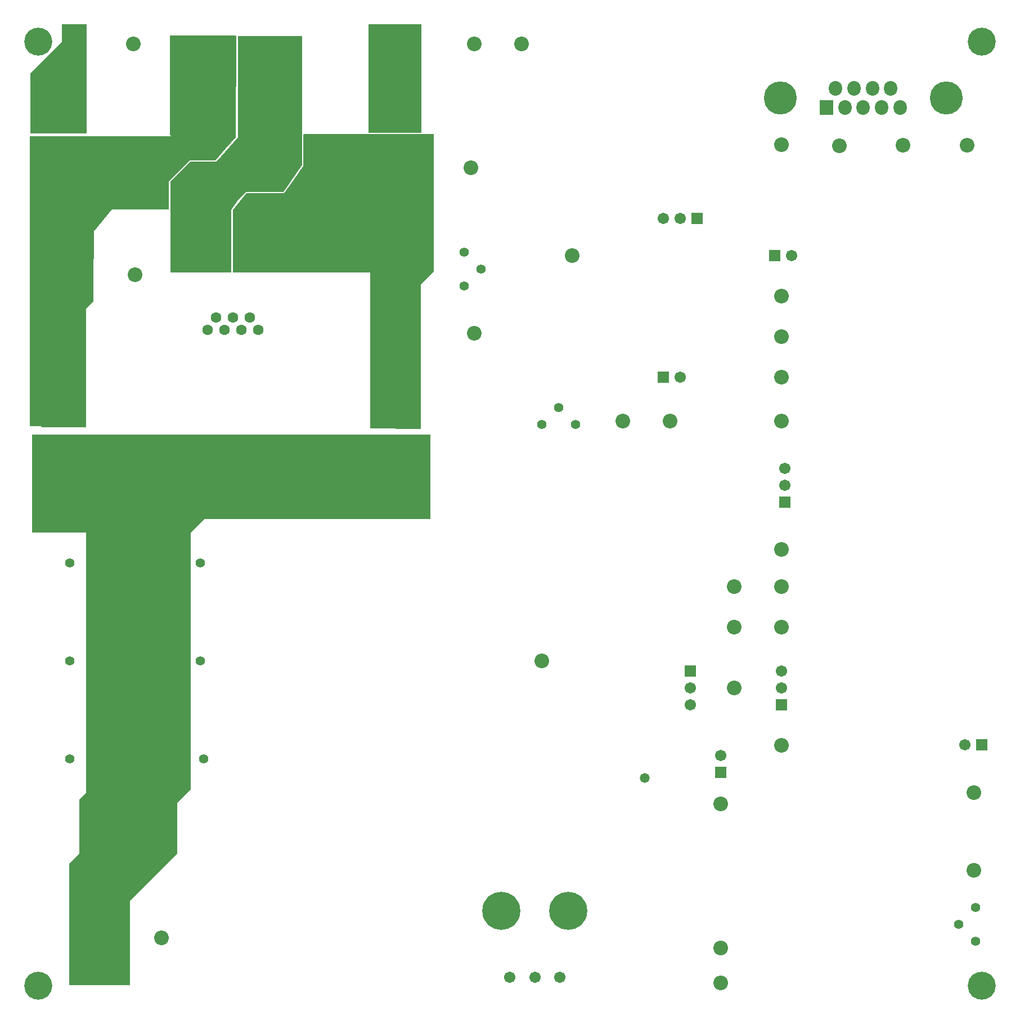
<source format=gbs>
G04*
G04 #@! TF.GenerationSoftware,Altium Limited,Altium Designer,18.0.7 (293)*
G04*
G04 Layer_Color=16711935*
%FSLAX44Y44*%
%MOMM*%
G71*
G01*
G75*
%ADD50O,2.0032X2.2032*%
%ADD51R,2.0032X2.2032*%
%ADD52C,4.9632*%
%ADD53C,2.2032*%
%ADD54C,1.4202*%
%ADD55R,3.9532X2.4532*%
%ADD56C,1.6032*%
%ADD57C,5.7232*%
%ADD58C,1.7032*%
%ADD59R,1.7032X1.7032*%
%ADD60R,1.7032X1.7032*%
%ADD61R,1.4032X1.4032*%
%ADD62C,1.4032*%
%ADD63C,4.2032*%
%ADD64C,1.4732*%
G36*
X616204Y1325372D02*
Y1322832D01*
X537210D01*
Y1485901D01*
X616204D01*
Y1325372D01*
D02*
G37*
G36*
X112424Y1322070D02*
X28448Y1322070D01*
X27940Y1322578D01*
X27940Y1412240D01*
X38608Y1422908D01*
X71882Y1456182D01*
X75438Y1459738D01*
Y1485798D01*
X112424D01*
Y1322070D01*
D02*
G37*
G36*
X337818Y1467866D02*
X337818Y1467590D01*
X337566Y1315974D01*
X322326Y1298956D01*
X306324Y1281430D01*
X267716D01*
X236220Y1249172D01*
X236220Y1207770D01*
X151130D01*
X123832Y1174751D01*
X123698Y1160272D01*
X123190Y1105408D01*
X123190Y1069185D01*
X112092Y1058086D01*
Y880110D01*
X45212D01*
X44196Y881126D01*
X27178D01*
Y1317542D01*
X27686Y1317752D01*
X237061D01*
X238234Y1317752D01*
X239522Y1317752D01*
X239776Y1318006D01*
X238760Y1319022D01*
Y1319022D01*
X238760Y1319022D01*
X238506Y1320195D01*
Y1469136D01*
X336655D01*
X337818Y1467866D01*
D02*
G37*
G36*
X436880Y1274064D02*
X408813Y1233805D01*
X352679Y1233805D01*
X341503Y1222629D01*
X330200Y1206754D01*
Y1113028D01*
X238760D01*
Y1190498D01*
Y1249172D01*
X252603Y1263015D01*
X269225Y1279637D01*
X308623Y1279636D01*
X340360Y1315399D01*
X340360Y1468120D01*
X395034Y1468120D01*
X436880D01*
Y1274064D01*
D02*
G37*
G36*
X635000Y1320800D02*
Y1114044D01*
X632460Y1111504D01*
X615861Y1094905D01*
Y878228D01*
X614960Y877333D01*
X540004Y877824D01*
X539496Y878884D01*
Y1113028D01*
X332740D01*
Y1206668D01*
X352931Y1231771D01*
X366268Y1231771D01*
X380492Y1231771D01*
X409956Y1231770D01*
X423164Y1250950D01*
X438658Y1272286D01*
Y1300480D01*
Y1320155D01*
X439557Y1321053D01*
X635000Y1320800D01*
D02*
G37*
G36*
X629920Y741680D02*
X289560D01*
X269240Y721360D01*
Y335280D01*
X248920Y314960D01*
Y238760D01*
X187960Y177800D01*
X177800Y167640D01*
Y40640D01*
X86360D01*
Y223520D01*
X101600Y238760D01*
Y314960D01*
Y320040D01*
X111760Y330200D01*
Y721360D01*
X30480D01*
Y741680D01*
Y751840D01*
Y756920D01*
Y868680D01*
X629920D01*
Y741680D01*
D02*
G37*
D50*
X1336839Y1361049D02*
D03*
X1322989Y1389449D02*
D03*
X1309139Y1361049D02*
D03*
X1295289Y1389449D02*
D03*
X1281439Y1361049D02*
D03*
X1267589Y1389449D02*
D03*
X1253739Y1361049D02*
D03*
X1239889Y1389449D02*
D03*
D51*
X1226039Y1361049D02*
D03*
D52*
X1156489Y1375249D02*
D03*
X1406389D02*
D03*
D53*
X1158055Y1304647D02*
D03*
X1447800Y213360D02*
D03*
Y330200D02*
D03*
X1066646Y44072D02*
D03*
X1066800Y96520D02*
D03*
X1087120Y579120D02*
D03*
X1158240Y401320D02*
D03*
X1341513Y1303699D02*
D03*
X1158240Y955040D02*
D03*
X1437571Y1304084D02*
D03*
X1158240Y640080D02*
D03*
Y889000D02*
D03*
X1066849Y313436D02*
D03*
X1158240Y695960D02*
D03*
X1087120Y487680D02*
D03*
X797560Y528320D02*
D03*
X1087120Y640080D02*
D03*
X696319Y1456427D02*
D03*
X182668Y1456696D02*
D03*
X695960Y1021080D02*
D03*
X185674Y1108964D02*
D03*
X53086Y1031494D02*
D03*
X1245438Y1303447D02*
D03*
X575564Y1119632D02*
D03*
X690880Y1270000D02*
D03*
X919480Y889000D02*
D03*
X767080Y1456352D02*
D03*
X843280Y1137920D02*
D03*
X1158240Y579120D02*
D03*
Y1076960D02*
D03*
Y1016000D02*
D03*
X990600Y889000D02*
D03*
X130200Y111760D02*
D03*
X225400D02*
D03*
X382880Y1391920D02*
D03*
X287680D02*
D03*
D54*
X1450949Y106508D02*
D03*
X1425549Y131908D02*
D03*
X1450949Y157308D02*
D03*
X797560Y883920D02*
D03*
X822960Y909320D02*
D03*
X848360Y883920D02*
D03*
X680720Y1143000D02*
D03*
X706120Y1117600D02*
D03*
X680720Y1092200D02*
D03*
D55*
X381740Y1143510D02*
D03*
Y1174510D02*
D03*
Y1205510D02*
D03*
X283740D02*
D03*
Y1174510D02*
D03*
Y1143510D02*
D03*
D56*
X294640Y1026160D02*
D03*
X307340Y1045210D02*
D03*
X320040Y1026160D02*
D03*
X332740Y1045210D02*
D03*
X345440Y1026160D02*
D03*
X358140Y1045210D02*
D03*
X370840Y1026160D02*
D03*
D57*
X837900Y152400D02*
D03*
X736900D02*
D03*
D58*
X824900Y52400D02*
D03*
X787400D02*
D03*
X749900D02*
D03*
X1066800Y386080D02*
D03*
X1434221Y401842D02*
D03*
X1021080Y462280D02*
D03*
Y487680D02*
D03*
X980440Y1193800D02*
D03*
X1005840D02*
D03*
X1173480Y1137920D02*
D03*
X1005840Y955040D02*
D03*
X1158240Y513080D02*
D03*
Y487680D02*
D03*
X1163320Y817880D02*
D03*
Y792480D02*
D03*
D59*
X1066800Y360680D02*
D03*
X1021080Y513080D02*
D03*
X1158240Y462280D02*
D03*
X1163320Y767080D02*
D03*
D60*
X1459621Y401842D02*
D03*
X1031240Y1193800D02*
D03*
X1148080Y1137920D02*
D03*
X980440Y955040D02*
D03*
D61*
X137160Y528320D02*
D03*
X233680D02*
D03*
X137160Y381000D02*
D03*
X238760D02*
D03*
X233680Y675640D02*
D03*
X137160D02*
D03*
D62*
X87160Y528320D02*
D03*
X283680D02*
D03*
X87160Y381000D02*
D03*
X288760D02*
D03*
X283680Y675640D02*
D03*
X87160D02*
D03*
D63*
X40000Y1460000D02*
D03*
X1460000D02*
D03*
Y40000D02*
D03*
X40000D02*
D03*
D64*
X952500Y352044D02*
D03*
M02*

</source>
